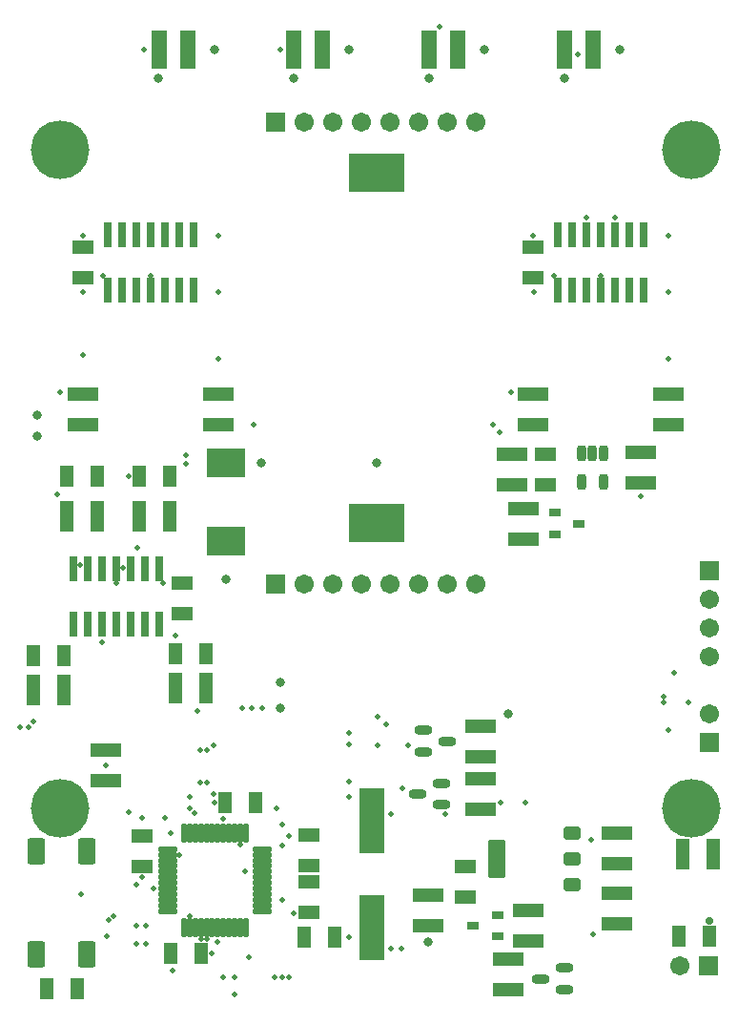
<source format=gbs>
G04*
G04 #@! TF.GenerationSoftware,Altium Limited,Altium Designer,20.1.8 (145)*
G04*
G04 Layer_Color=16711935*
%FSLAX25Y25*%
%MOIN*%
G70*
G04*
G04 #@! TF.SameCoordinates,CC740219-02E3-49CA-8287-50D337AD25DE*
G04*
G04*
G04 #@! TF.FilePolarity,Negative*
G04*
G01*
G75*
%ADD18R,0.11036X0.05131*%
%ADD19R,0.07493X0.05131*%
%ADD20R,0.05800X0.13320*%
%ADD22C,0.20485*%
%ADD23C,0.06706*%
%ADD24R,0.06706X0.06706*%
%ADD25R,0.06706X0.06706*%
%ADD26C,0.01981*%
%ADD27C,0.03162*%
%ADD28C,0.02769*%
%ADD57R,0.05402X0.12921*%
G04:AMPARAMS|DCode=58|XSize=90.68mil|YSize=62.33mil|CornerRadius=8.07mil|HoleSize=0mil|Usage=FLASHONLY|Rotation=270.000|XOffset=0mil|YOffset=0mil|HoleType=Round|Shape=RoundedRectangle|*
%AMROUNDEDRECTD58*
21,1,0.09068,0.04618,0,0,270.0*
21,1,0.07453,0.06233,0,0,270.0*
1,1,0.01615,-0.02309,-0.03726*
1,1,0.01615,-0.02309,0.03726*
1,1,0.01615,0.02309,0.03726*
1,1,0.01615,0.02309,-0.03726*
%
%ADD58ROUNDEDRECTD58*%
%ADD59R,0.05131X0.11036*%
%ADD60R,0.19619X0.13202*%
%ADD61R,0.02800X0.08600*%
%ADD62R,0.13792X0.10249*%
G04:AMPARAMS|DCode=63|XSize=59.18mil|YSize=31.23mil|CornerRadius=9.81mil|HoleSize=0mil|Usage=FLASHONLY|Rotation=180.000|XOffset=0mil|YOffset=0mil|HoleType=Round|Shape=RoundedRectangle|*
%AMROUNDEDRECTD63*
21,1,0.05918,0.01161,0,0,180.0*
21,1,0.03957,0.03123,0,0,180.0*
1,1,0.01961,-0.01978,0.00581*
1,1,0.01961,0.01978,0.00581*
1,1,0.01961,0.01978,-0.00581*
1,1,0.01961,-0.01978,-0.00581*
%
%ADD63ROUNDEDRECTD63*%
%ADD64R,0.09100X0.22800*%
G04:AMPARAMS|DCode=65|XSize=135.56mil|YSize=59.58mil|CornerRadius=7.87mil|HoleSize=0mil|Usage=FLASHONLY|Rotation=270.000|XOffset=0mil|YOffset=0mil|HoleType=Round|Shape=RoundedRectangle|*
%AMROUNDEDRECTD65*
21,1,0.13556,0.04384,0,0,270.0*
21,1,0.11982,0.05958,0,0,270.0*
1,1,0.01574,-0.02192,-0.05991*
1,1,0.01574,-0.02192,0.05991*
1,1,0.01574,0.02192,0.05991*
1,1,0.01574,0.02192,-0.05991*
%
%ADD65ROUNDEDRECTD65*%
G04:AMPARAMS|DCode=66|XSize=44.61mil|YSize=59.58mil|CornerRadius=6.75mil|HoleSize=0mil|Usage=FLASHONLY|Rotation=270.000|XOffset=0mil|YOffset=0mil|HoleType=Round|Shape=RoundedRectangle|*
%AMROUNDEDRECTD66*
21,1,0.04461,0.04608,0,0,270.0*
21,1,0.03112,0.05958,0,0,270.0*
1,1,0.01349,-0.02304,-0.01556*
1,1,0.01349,-0.02304,0.01556*
1,1,0.01349,0.02304,0.01556*
1,1,0.01349,0.02304,-0.01556*
%
%ADD66ROUNDEDRECTD66*%
G04:AMPARAMS|DCode=67|XSize=19.02mil|YSize=69.42mil|CornerRadius=6.76mil|HoleSize=0mil|Usage=FLASHONLY|Rotation=180.000|XOffset=0mil|YOffset=0mil|HoleType=Round|Shape=RoundedRectangle|*
%AMROUNDEDRECTD67*
21,1,0.01902,0.05591,0,0,180.0*
21,1,0.00551,0.06942,0,0,180.0*
1,1,0.01351,-0.00276,0.02795*
1,1,0.01351,0.00276,0.02795*
1,1,0.01351,0.00276,-0.02795*
1,1,0.01351,-0.00276,-0.02795*
%
%ADD67ROUNDEDRECTD67*%
G04:AMPARAMS|DCode=68|XSize=19.02mil|YSize=69.42mil|CornerRadius=6.76mil|HoleSize=0mil|Usage=FLASHONLY|Rotation=90.000|XOffset=0mil|YOffset=0mil|HoleType=Round|Shape=RoundedRectangle|*
%AMROUNDEDRECTD68*
21,1,0.01902,0.05591,0,0,90.0*
21,1,0.00551,0.06942,0,0,90.0*
1,1,0.01351,0.02795,0.00276*
1,1,0.01351,0.02795,-0.00276*
1,1,0.01351,-0.02795,-0.00276*
1,1,0.01351,-0.02795,0.00276*
%
%ADD68ROUNDEDRECTD68*%
%ADD69R,0.05131X0.07493*%
%ADD70R,0.04147X0.03162*%
G04:AMPARAMS|DCode=71|XSize=55.64mil|YSize=31.23mil|CornerRadius=9.81mil|HoleSize=0mil|Usage=FLASHONLY|Rotation=270.000|XOffset=0mil|YOffset=0mil|HoleType=Round|Shape=RoundedRectangle|*
%AMROUNDEDRECTD71*
21,1,0.05564,0.01161,0,0,270.0*
21,1,0.03602,0.03123,0,0,270.0*
1,1,0.01961,-0.00581,-0.01801*
1,1,0.01961,-0.00581,0.01801*
1,1,0.01961,0.00581,0.01801*
1,1,0.01961,0.00581,-0.01801*
%
%ADD71ROUNDEDRECTD71*%
D18*
X274000Y368185D02*
D03*
Y378815D02*
D03*
X171118Y399764D02*
D03*
Y389134D02*
D03*
X123874Y399764D02*
D03*
Y389134D02*
D03*
X281354Y399764D02*
D03*
Y389134D02*
D03*
X328598Y399764D02*
D03*
Y389134D02*
D03*
X263000Y254685D02*
D03*
Y265315D02*
D03*
X263000Y283815D02*
D03*
Y273185D02*
D03*
X132000Y275315D02*
D03*
Y264685D02*
D03*
X244507Y214000D02*
D03*
Y224630D02*
D03*
X279500Y208685D02*
D03*
Y219315D02*
D03*
X272500Y202315D02*
D03*
Y191685D02*
D03*
X319000Y379315D02*
D03*
Y368685D02*
D03*
X278000Y359815D02*
D03*
Y349185D02*
D03*
X310500Y235685D02*
D03*
Y246315D02*
D03*
Y214685D02*
D03*
Y225315D02*
D03*
D19*
X285500Y368185D02*
D03*
Y378815D02*
D03*
X144500Y234685D02*
D03*
Y245315D02*
D03*
X158437Y333630D02*
D03*
Y323000D02*
D03*
X257500Y234815D02*
D03*
Y224185D02*
D03*
X281354Y440315D02*
D03*
Y450945D02*
D03*
X123874Y440315D02*
D03*
Y450945D02*
D03*
X203000Y245815D02*
D03*
Y235185D02*
D03*
X203000Y218685D02*
D03*
Y229315D02*
D03*
D20*
X160366Y520189D02*
D03*
X150366D02*
D03*
X197610D02*
D03*
X207610D02*
D03*
X254854D02*
D03*
X244854D02*
D03*
X292098D02*
D03*
X302098D02*
D03*
D22*
X336472Y485000D02*
D03*
Y255079D02*
D03*
X116000Y485000D02*
D03*
Y255079D02*
D03*
D23*
X261236Y494842D02*
D03*
X251236D02*
D03*
X241236D02*
D03*
X231236D02*
D03*
X221236D02*
D03*
X211236D02*
D03*
X201236D02*
D03*
X261236Y333425D02*
D03*
X251236D02*
D03*
X241236D02*
D03*
X231236D02*
D03*
X221236D02*
D03*
X211236D02*
D03*
X201236D02*
D03*
X332579Y200079D02*
D03*
X343000Y308000D02*
D03*
Y318000D02*
D03*
Y328000D02*
D03*
Y288000D02*
D03*
D24*
X191236Y494842D02*
D03*
Y333425D02*
D03*
X342579Y200079D02*
D03*
D25*
X343000Y338000D02*
D03*
Y278000D02*
D03*
D26*
X302353Y211001D02*
D03*
X217000Y210000D02*
D03*
X335665Y292000D02*
D03*
X328500Y282500D02*
D03*
X327000Y294000D02*
D03*
X330500Y302500D02*
D03*
X327000Y292000D02*
D03*
X123270Y225000D02*
D03*
X131999Y270001D02*
D03*
X139931Y253861D02*
D03*
X132222Y210516D02*
D03*
X146000Y207728D02*
D03*
X142608D02*
D03*
X146000Y213984D02*
D03*
X142608D02*
D03*
X105000Y283500D02*
D03*
X102000D02*
D03*
X177000Y190000D02*
D03*
X114713Y364847D02*
D03*
X106500Y285500D02*
D03*
X269472Y386378D02*
D03*
X160000Y375500D02*
D03*
X159925Y378424D02*
D03*
X151976Y333630D02*
D03*
X138000Y339000D02*
D03*
X123000Y340000D02*
D03*
X156122Y315493D02*
D03*
X328623Y435402D02*
D03*
X130500Y313000D02*
D03*
X135476Y333630D02*
D03*
X143000Y346000D02*
D03*
X140000Y371000D02*
D03*
X183634Y389134D02*
D03*
X267067Y389067D02*
D03*
X171118Y411926D02*
D03*
X123874Y413374D02*
D03*
X145311Y520189D02*
D03*
X193000D02*
D03*
X171142Y435402D02*
D03*
X310000Y461500D02*
D03*
X248500Y528000D02*
D03*
X300000Y461500D02*
D03*
X297000Y518500D02*
D03*
X281354Y454902D02*
D03*
X319000Y364000D02*
D03*
X116020Y400500D02*
D03*
X273500D02*
D03*
X328623Y411902D02*
D03*
X171130Y454913D02*
D03*
X123874Y454902D02*
D03*
X123898Y435402D02*
D03*
X281379D02*
D03*
X328610Y454913D02*
D03*
X227000Y286989D02*
D03*
X230000Y284500D02*
D03*
X231500Y253000D02*
D03*
X235500Y262000D02*
D03*
X237500Y277000D02*
D03*
X186501Y290001D02*
D03*
X183001D02*
D03*
X179502Y290002D02*
D03*
X250500Y253000D02*
D03*
X270000Y257000D02*
D03*
X278500D02*
D03*
X217000Y259000D02*
D03*
X191500Y255000D02*
D03*
X169500Y260000D02*
D03*
X170000Y257000D02*
D03*
X301500Y244000D02*
D03*
X170993Y208509D02*
D03*
X169500Y277000D02*
D03*
X165000Y275516D02*
D03*
X167047D02*
D03*
Y263953D02*
D03*
X163000Y253500D02*
D03*
X165000Y264000D02*
D03*
X161142Y259142D02*
D03*
X134500Y217500D02*
D03*
X163962Y289090D02*
D03*
X133000Y216000D02*
D03*
X155295Y198500D02*
D03*
X169000Y204500D02*
D03*
X165027Y209527D02*
D03*
X167047Y209547D02*
D03*
X182000Y203000D02*
D03*
X191000Y195996D02*
D03*
X193500Y196158D02*
D03*
X196000Y196104D02*
D03*
X235201Y206000D02*
D03*
X231500D02*
D03*
X217000Y264500D02*
D03*
X173000Y196000D02*
D03*
X177000D02*
D03*
X197500Y218500D02*
D03*
X196000Y245500D02*
D03*
X193500Y242016D02*
D03*
Y249500D02*
D03*
X217000Y281500D02*
D03*
Y277500D02*
D03*
X172953Y251453D02*
D03*
X227000Y277000D02*
D03*
X152556Y251696D02*
D03*
X142500Y228500D02*
D03*
X144499Y251696D02*
D03*
X148500Y227000D02*
D03*
X193390Y223110D02*
D03*
X161142Y255175D02*
D03*
X144500Y231000D02*
D03*
X154500Y246500D02*
D03*
X157517Y238858D02*
D03*
X180453Y232953D02*
D03*
X161142Y217517D02*
D03*
X147520Y441000D02*
D03*
X131020D02*
D03*
X288500D02*
D03*
X305000D02*
D03*
X178858Y242483D02*
D03*
D27*
X244537Y208463D02*
D03*
X169768Y520189D02*
D03*
X217012D02*
D03*
X264256D02*
D03*
X311500D02*
D03*
X226500Y375681D02*
D03*
X186319D02*
D03*
X174000Y335000D02*
D03*
X108000Y392530D02*
D03*
X197544Y510000D02*
D03*
X150305Y510000D02*
D03*
X244782D02*
D03*
X292098Y510000D02*
D03*
X108000Y385000D02*
D03*
X193000Y299000D02*
D03*
Y290000D02*
D03*
X272500Y287925D02*
D03*
D28*
X342815Y215868D02*
D03*
D57*
X160366Y520189D02*
D03*
X150366D02*
D03*
X197610D02*
D03*
X207610D02*
D03*
X254854D02*
D03*
X244854D02*
D03*
X292098D02*
D03*
X302098D02*
D03*
D58*
X107681Y204087D02*
D03*
X125319D02*
D03*
X107681Y239913D02*
D03*
X125319D02*
D03*
D59*
X143685Y357000D02*
D03*
X154315D02*
D03*
X333685Y239000D02*
D03*
X344315D02*
D03*
X156185Y297000D02*
D03*
X166815D02*
D03*
X117315Y296500D02*
D03*
X106685D02*
D03*
X128815Y357000D02*
D03*
X118185D02*
D03*
D60*
X226500Y477000D02*
D03*
Y354795D02*
D03*
D61*
X132496Y435930D02*
D03*
X137496D02*
D03*
X142496D02*
D03*
X147496D02*
D03*
X152496D02*
D03*
X157496D02*
D03*
X162496D02*
D03*
Y455330D02*
D03*
X157496D02*
D03*
X152496D02*
D03*
X147496D02*
D03*
X142496D02*
D03*
X137496D02*
D03*
X132496D02*
D03*
X289976D02*
D03*
X294976D02*
D03*
X299976D02*
D03*
X304976D02*
D03*
X309976D02*
D03*
X314976D02*
D03*
X319976D02*
D03*
Y435930D02*
D03*
X314976D02*
D03*
X309976D02*
D03*
X304976D02*
D03*
X299976D02*
D03*
X294976D02*
D03*
X289976D02*
D03*
X150500Y338700D02*
D03*
X145500D02*
D03*
X140500D02*
D03*
X135500D02*
D03*
X130500D02*
D03*
X125500D02*
D03*
X120500D02*
D03*
Y319300D02*
D03*
X125500D02*
D03*
X130500D02*
D03*
X135500D02*
D03*
X140500D02*
D03*
X145500D02*
D03*
X150500D02*
D03*
D62*
X174000Y348319D02*
D03*
Y375681D02*
D03*
D63*
X242965Y274760D02*
D03*
Y282240D02*
D03*
X251035Y278500D02*
D03*
X249035Y263740D02*
D03*
Y256260D02*
D03*
X240965Y260000D02*
D03*
X283965Y195500D02*
D03*
X292035Y191760D02*
D03*
Y199240D02*
D03*
D64*
X225000Y250700D02*
D03*
Y213300D02*
D03*
D65*
X268500Y237500D02*
D03*
D66*
X294838Y228484D02*
D03*
Y237500D02*
D03*
Y246516D02*
D03*
D67*
X169016Y246457D02*
D03*
X170984D02*
D03*
X174921D02*
D03*
X176890D02*
D03*
X180827Y213543D02*
D03*
X178858D02*
D03*
X176890D02*
D03*
X174921D02*
D03*
X172953D02*
D03*
X170984D02*
D03*
X169016D02*
D03*
X167047D02*
D03*
X165079D02*
D03*
X163110D02*
D03*
X161142D02*
D03*
X159173D02*
D03*
Y246457D02*
D03*
X161142D02*
D03*
X163110D02*
D03*
X165079D02*
D03*
X167047D02*
D03*
X172953D02*
D03*
X178858D02*
D03*
X180827D02*
D03*
D68*
X186457Y240827D02*
D03*
Y238858D02*
D03*
Y236890D02*
D03*
Y234921D02*
D03*
Y232953D02*
D03*
Y230984D02*
D03*
Y229016D02*
D03*
Y227047D02*
D03*
Y225079D02*
D03*
Y223110D02*
D03*
Y221142D02*
D03*
Y219173D02*
D03*
X153543D02*
D03*
Y221142D02*
D03*
Y223110D02*
D03*
Y225079D02*
D03*
Y227047D02*
D03*
Y229016D02*
D03*
Y230984D02*
D03*
Y232953D02*
D03*
Y234921D02*
D03*
Y236890D02*
D03*
Y238858D02*
D03*
Y240827D02*
D03*
D69*
X201185Y210000D02*
D03*
X211815D02*
D03*
X166815Y309000D02*
D03*
X156185D02*
D03*
X165315Y204500D02*
D03*
X154685D02*
D03*
X184315Y257000D02*
D03*
X173685D02*
D03*
X342815Y210500D02*
D03*
X332185D02*
D03*
X111185Y192000D02*
D03*
X121815D02*
D03*
X106685Y308500D02*
D03*
X117315D02*
D03*
X128815Y371000D02*
D03*
X118185D02*
D03*
X154315D02*
D03*
X143685D02*
D03*
D70*
X268732Y217740D02*
D03*
Y210260D02*
D03*
X260268Y214000D02*
D03*
X297232Y354500D02*
D03*
X288768Y358240D02*
D03*
Y350760D02*
D03*
D71*
X298260Y369059D02*
D03*
X305740D02*
D03*
Y378941D02*
D03*
X302000D02*
D03*
X298260D02*
D03*
M02*

</source>
